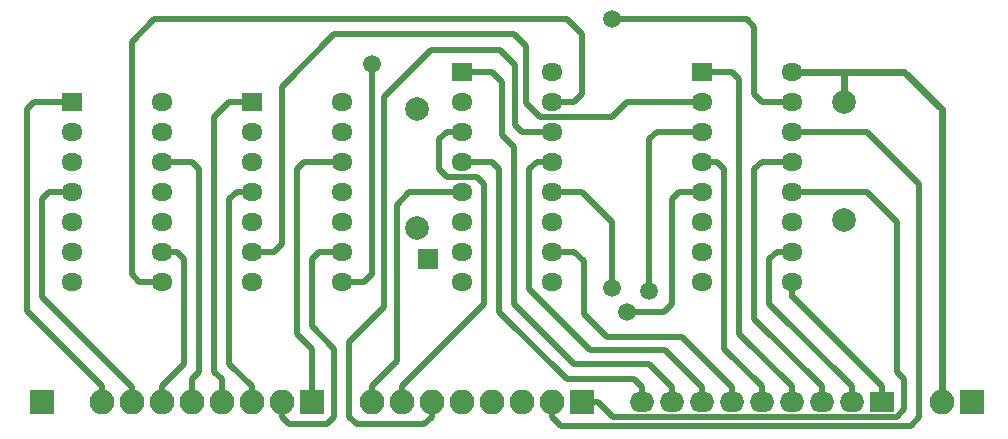
<source format=gbr>
%TF.GenerationSoftware,KiCad,Pcbnew,(5.1.8)-1*%
%TF.CreationDate,2023-05-20T11:55:10+03:00*%
%TF.ProjectId,MUL1,4d554c31-2e6b-4696-9361-645f70636258,rev?*%
%TF.SameCoordinates,Original*%
%TF.FileFunction,Copper,L2,Bot*%
%TF.FilePolarity,Positive*%
%FSLAX46Y46*%
G04 Gerber Fmt 4.6, Leading zero omitted, Abs format (unit mm)*
G04 Created by KiCad (PCBNEW (5.1.8)-1) date 2023-05-20 11:55:10*
%MOMM*%
%LPD*%
G01*
G04 APERTURE LIST*
%TA.AperFunction,ComponentPad*%
%ADD10R,1.700000X1.700000*%
%TD*%
%TA.AperFunction,ComponentPad*%
%ADD11C,2.000000*%
%TD*%
%TA.AperFunction,ComponentPad*%
%ADD12O,1.800000X1.500000*%
%TD*%
%TA.AperFunction,ComponentPad*%
%ADD13R,1.800000X1.500000*%
%TD*%
%TA.AperFunction,ComponentPad*%
%ADD14O,2.100000X2.100000*%
%TD*%
%TA.AperFunction,ComponentPad*%
%ADD15R,2.100000X2.100000*%
%TD*%
%TA.AperFunction,ComponentPad*%
%ADD16O,2.100000X1.700000*%
%TD*%
%TA.AperFunction,ComponentPad*%
%ADD17R,2.100000X1.700000*%
%TD*%
%TA.AperFunction,ViaPad*%
%ADD18C,1.500000*%
%TD*%
%TA.AperFunction,Conductor*%
%ADD19C,0.600000*%
%TD*%
%TA.AperFunction,Conductor*%
%ADD20C,0.500000*%
%TD*%
G04 APERTURE END LIST*
D10*
%TO.P,J6,1*%
%TO.N,Net-(J6-Pad1)*%
X116522500Y-71755000D03*
%TD*%
D11*
%TO.P,C2,2*%
%TO.N,GND*%
X115570000Y-69055000D03*
%TO.P,C2,1*%
%TO.N,VCC*%
X115570000Y-59055000D03*
%TD*%
%TO.P,C1,2*%
%TO.N,GND*%
X151765000Y-68420000D03*
%TO.P,C1,1*%
%TO.N,VCC*%
X151765000Y-58420000D03*
%TD*%
D12*
%TO.P,U4,16*%
%TO.N,VCC*%
X147320000Y-55880000D03*
%TO.P,U4,8*%
%TO.N,GND*%
X139700000Y-73660000D03*
%TO.P,U4,15*%
%TO.N,Net-(U3-Pad8)*%
X147320000Y-58420000D03*
%TO.P,U4,7*%
%TO.N,Net-(U2-Pad9)*%
X139700000Y-71120000D03*
%TO.P,U4,14*%
%TO.N,/P6*%
X147320000Y-60960000D03*
%TO.P,U4,6*%
%TO.N,Net-(U3-Pad3)*%
X139700000Y-68580000D03*
%TO.P,U4,13*%
%TO.N,/S6*%
X147320000Y-63500000D03*
%TO.P,U4,5*%
%TO.N,/P4*%
X139700000Y-66040000D03*
%TO.P,U4,12*%
%TO.N,/P7*%
X147320000Y-66040000D03*
%TO.P,U4,4*%
%TO.N,/S4*%
X139700000Y-63500000D03*
%TO.P,U4,11*%
%TO.N,Net-(U3-Pad11)*%
X147320000Y-68580000D03*
%TO.P,U4,3*%
%TO.N,/P5*%
X139700000Y-60960000D03*
%TO.P,U4,10*%
%TO.N,/S7*%
X147320000Y-71120000D03*
%TO.P,U4,2*%
%TO.N,Net-(U3-Pad6)*%
X139700000Y-58420000D03*
%TO.P,U4,9*%
%TO.N,/S8*%
X147320000Y-73660000D03*
D13*
%TO.P,U4,1*%
%TO.N,/S5*%
X139700000Y-55880000D03*
%TD*%
D12*
%TO.P,U3,14*%
%TO.N,VCC*%
X109220000Y-58420000D03*
%TO.P,U3,7*%
%TO.N,GND*%
X101600000Y-73660000D03*
%TO.P,U3,13*%
%TO.N,/Bi*%
X109220000Y-60960000D03*
%TO.P,U3,6*%
%TO.N,Net-(U3-Pad6)*%
X101600000Y-71120000D03*
%TO.P,U3,12*%
%TO.N,/A7*%
X109220000Y-63500000D03*
%TO.P,U3,5*%
%TO.N,/Bi*%
X101600000Y-68580000D03*
%TO.P,U3,11*%
%TO.N,Net-(U3-Pad11)*%
X109220000Y-66040000D03*
%TO.P,U3,4*%
%TO.N,/A5*%
X101600000Y-66040000D03*
%TO.P,U3,10*%
%TO.N,/Bi*%
X109220000Y-68580000D03*
%TO.P,U3,3*%
%TO.N,Net-(U3-Pad3)*%
X101600000Y-63500000D03*
%TO.P,U3,9*%
%TO.N,/A6*%
X109220000Y-71120000D03*
%TO.P,U3,2*%
%TO.N,/Bi*%
X101600000Y-60960000D03*
%TO.P,U3,8*%
%TO.N,Net-(U3-Pad8)*%
X109220000Y-73660000D03*
D13*
%TO.P,U3,1*%
%TO.N,/A4*%
X101600000Y-58420000D03*
%TD*%
D12*
%TO.P,U2,16*%
%TO.N,VCC*%
X127000000Y-55880000D03*
%TO.P,U2,8*%
%TO.N,GND*%
X119380000Y-73660000D03*
%TO.P,U2,15*%
%TO.N,Net-(U1-Pad8)*%
X127000000Y-58420000D03*
%TO.P,U2,7*%
%TO.N,Net-(J6-Pad1)*%
X119380000Y-71120000D03*
%TO.P,U2,14*%
%TO.N,/P2*%
X127000000Y-60960000D03*
%TO.P,U2,6*%
%TO.N,Net-(U1-Pad3)*%
X119380000Y-68580000D03*
%TO.P,U2,13*%
%TO.N,/S2*%
X127000000Y-63500000D03*
%TO.P,U2,5*%
%TO.N,/P0*%
X119380000Y-66040000D03*
%TO.P,U2,12*%
%TO.N,/P3*%
X127000000Y-66040000D03*
%TO.P,U2,4*%
%TO.N,/S0*%
X119380000Y-63500000D03*
%TO.P,U2,11*%
%TO.N,Net-(U1-Pad11)*%
X127000000Y-68580000D03*
%TO.P,U2,3*%
%TO.N,/P1*%
X119380000Y-60960000D03*
%TO.P,U2,10*%
%TO.N,/S3*%
X127000000Y-71120000D03*
%TO.P,U2,2*%
%TO.N,Net-(U1-Pad6)*%
X119380000Y-58420000D03*
%TO.P,U2,9*%
%TO.N,Net-(U2-Pad9)*%
X127000000Y-73660000D03*
D13*
%TO.P,U2,1*%
%TO.N,/S1*%
X119380000Y-55880000D03*
%TD*%
D12*
%TO.P,U1,14*%
%TO.N,VCC*%
X93980000Y-58420000D03*
%TO.P,U1,7*%
%TO.N,GND*%
X86360000Y-73660000D03*
%TO.P,U1,13*%
%TO.N,/Bi*%
X93980000Y-60960000D03*
%TO.P,U1,6*%
%TO.N,Net-(U1-Pad6)*%
X86360000Y-71120000D03*
%TO.P,U1,12*%
%TO.N,/A3*%
X93980000Y-63500000D03*
%TO.P,U1,5*%
%TO.N,/Bi*%
X86360000Y-68580000D03*
%TO.P,U1,11*%
%TO.N,Net-(U1-Pad11)*%
X93980000Y-66040000D03*
%TO.P,U1,4*%
%TO.N,/A1*%
X86360000Y-66040000D03*
%TO.P,U1,10*%
%TO.N,/Bi*%
X93980000Y-68580000D03*
%TO.P,U1,3*%
%TO.N,Net-(U1-Pad3)*%
X86360000Y-63500000D03*
%TO.P,U1,9*%
%TO.N,/A2*%
X93980000Y-71120000D03*
%TO.P,U1,2*%
%TO.N,/Bi*%
X86360000Y-60960000D03*
%TO.P,U1,8*%
%TO.N,Net-(U1-Pad8)*%
X93980000Y-73660000D03*
D13*
%TO.P,U1,1*%
%TO.N,/A0*%
X86360000Y-58420000D03*
%TD*%
D14*
%TO.P,J5,2*%
%TO.N,VCC*%
X160020000Y-83820000D03*
D15*
%TO.P,J5,1*%
%TO.N,GND*%
X162560000Y-83820000D03*
%TD*%
%TO.P,J4,1*%
%TO.N,/Bi*%
X83820000Y-83820000D03*
%TD*%
D14*
%TO.P,J3,8*%
%TO.N,/A0*%
X88900000Y-83820000D03*
%TO.P,J3,7*%
%TO.N,/A1*%
X91440000Y-83820000D03*
%TO.P,J3,6*%
%TO.N,/A2*%
X93980000Y-83820000D03*
%TO.P,J3,5*%
%TO.N,/A3*%
X96520000Y-83820000D03*
%TO.P,J3,4*%
%TO.N,/A4*%
X99060000Y-83820000D03*
%TO.P,J3,3*%
%TO.N,/A5*%
X101600000Y-83820000D03*
%TO.P,J3,2*%
%TO.N,/A6*%
X104140000Y-83820000D03*
D15*
%TO.P,J3,1*%
%TO.N,/A7*%
X106680000Y-83820000D03*
%TD*%
D16*
%TO.P,J2,9*%
%TO.N,/S0*%
X134620000Y-83820000D03*
%TO.P,J2,8*%
%TO.N,/S1*%
X137160000Y-83820000D03*
%TO.P,J2,7*%
%TO.N,/S2*%
X139700000Y-83820000D03*
%TO.P,J2,6*%
%TO.N,/S3*%
X142240000Y-83820000D03*
%TO.P,J2,5*%
%TO.N,/S4*%
X144780000Y-83820000D03*
%TO.P,J2,4*%
%TO.N,/S5*%
X147320000Y-83820000D03*
%TO.P,J2,3*%
%TO.N,/S6*%
X149860000Y-83820000D03*
%TO.P,J2,2*%
%TO.N,/S7*%
X152400000Y-83820000D03*
D17*
%TO.P,J2,1*%
%TO.N,/S8*%
X154940000Y-83820000D03*
%TD*%
D14*
%TO.P,J1,8*%
%TO.N,/P0*%
X111760000Y-83820000D03*
%TO.P,J1,7*%
%TO.N,/P1*%
X114300000Y-83820000D03*
%TO.P,J1,6*%
%TO.N,/P2*%
X116840000Y-83820000D03*
%TO.P,J1,5*%
%TO.N,/P3*%
X119380000Y-83820000D03*
%TO.P,J1,4*%
%TO.N,/P4*%
X121920000Y-83820000D03*
%TO.P,J1,3*%
%TO.N,/P5*%
X124460000Y-83820000D03*
%TO.P,J1,2*%
%TO.N,/P6*%
X127000000Y-83820000D03*
D15*
%TO.P,J1,1*%
%TO.N,/P7*%
X129540000Y-83820000D03*
%TD*%
D18*
%TO.N,/P3*%
X132082000Y-74206300D03*
%TO.N,/P4*%
X133350000Y-76200000D03*
%TO.N,/P5*%
X135255000Y-74383100D03*
%TO.N,Net-(U3-Pad8)*%
X111760000Y-55245000D03*
X132080000Y-51435000D03*
%TD*%
D19*
%TO.N,VCC*%
X160020000Y-59055000D02*
X160020000Y-83820000D01*
X156845000Y-55880000D02*
X160020000Y-59055000D01*
X151765000Y-55880000D02*
X151765000Y-58420000D01*
X147320000Y-55880000D02*
X151765000Y-55880000D01*
X151765000Y-55880000D02*
X156845000Y-55880000D01*
D20*
%TO.N,/P0*%
X111760000Y-82470000D02*
X111760000Y-83820000D01*
X113860900Y-80369100D02*
X111760000Y-82470000D01*
X113860900Y-67114100D02*
X113860900Y-80369100D01*
X114935000Y-66040000D02*
X113860900Y-67114100D01*
X119380000Y-66040000D02*
X114935000Y-66040000D01*
%TO.N,/P1*%
X114300000Y-82470000D02*
X114300000Y-83820000D01*
X121285000Y-75485000D02*
X114300000Y-82470000D01*
X121285000Y-65405000D02*
X121285000Y-75485000D01*
X120650000Y-64770000D02*
X121285000Y-65405000D01*
X117475000Y-64135000D02*
X118110000Y-64770000D01*
X117475000Y-61595000D02*
X117475000Y-64135000D01*
X118110000Y-60960000D02*
X117475000Y-61595000D01*
X118110000Y-64770000D02*
X120650000Y-64770000D01*
X119380000Y-60960000D02*
X118110000Y-60960000D01*
%TO.N,/P2*%
X116840000Y-85090000D02*
X116840000Y-83820000D01*
X116205000Y-85725000D02*
X116840000Y-85090000D01*
X110490000Y-85725000D02*
X116205000Y-85725000D01*
X109855000Y-85090000D02*
X110490000Y-85725000D01*
X109855000Y-78740000D02*
X109855000Y-85090000D01*
X112810600Y-75784400D02*
X109855000Y-78740000D01*
X112810600Y-58004400D02*
X112810600Y-75784400D01*
X116774990Y-54040010D02*
X112810600Y-58004400D01*
X122620010Y-54040010D02*
X116774990Y-54040010D01*
X123865500Y-55285500D02*
X122620010Y-54040010D01*
X123865500Y-60365500D02*
X123865500Y-55285500D01*
X124460000Y-60960000D02*
X123865500Y-60365500D01*
X127000000Y-60960000D02*
X124460000Y-60960000D01*
%TO.N,/P3*%
X132082000Y-74206300D02*
X132082000Y-71122000D01*
X127000000Y-66040000D02*
X129540000Y-66040000D01*
X132082000Y-68582000D02*
X132082000Y-71122000D01*
X129540000Y-66040000D02*
X132082000Y-68582000D01*
%TO.N,/P4*%
X137795000Y-66040000D02*
X139700000Y-66040000D01*
X137160000Y-66675000D02*
X137795000Y-66040000D01*
X137160000Y-75565000D02*
X137160000Y-66675000D01*
X136525000Y-76200000D02*
X137160000Y-75565000D01*
X133350000Y-76200000D02*
X136525000Y-76200000D01*
%TO.N,/P5*%
X135890000Y-60960000D02*
X139700000Y-60960000D01*
X135255000Y-61595000D02*
X135890000Y-60960000D01*
X135255000Y-74383100D02*
X135255000Y-61595000D01*
%TO.N,/P6*%
X127730700Y-85820700D02*
X127000000Y-85090000D01*
X127000000Y-85090000D02*
X127000000Y-83820000D01*
X158115000Y-85090000D02*
X157384300Y-85820700D01*
X157384300Y-85820700D02*
X127730700Y-85820700D01*
X158115000Y-65405000D02*
X158115000Y-85090000D01*
X153670000Y-60960000D02*
X158115000Y-65405000D01*
X147320000Y-60960000D02*
X153670000Y-60960000D01*
%TO.N,/P7*%
X153670000Y-66040000D02*
X147320000Y-66040000D01*
X156240400Y-68610400D02*
X153670000Y-66040000D01*
X156240400Y-81310400D02*
X156240400Y-68610400D01*
X156845000Y-81915000D02*
X156240400Y-81310400D01*
X132190400Y-85120400D02*
X156179600Y-85120400D01*
X156179600Y-85120400D02*
X156845000Y-84455000D01*
X130890000Y-83820000D02*
X132190400Y-85120400D01*
X156845000Y-84455000D02*
X156845000Y-81915000D01*
X129540000Y-83820000D02*
X130890000Y-83820000D01*
%TO.N,/S0*%
X133985000Y-81915000D02*
X134620000Y-82550000D01*
X128270000Y-81915000D02*
X133985000Y-81915000D01*
X122555000Y-76200000D02*
X128270000Y-81915000D01*
X122555000Y-64135000D02*
X122555000Y-76200000D01*
X134620000Y-82550000D02*
X134620000Y-83820000D01*
X121920000Y-63500000D02*
X122555000Y-64135000D01*
X119380000Y-63500000D02*
X121920000Y-63500000D01*
%TO.N,/S1*%
X121920000Y-55880000D02*
X119380000Y-55880000D01*
X122770500Y-56730500D02*
X121920000Y-55880000D01*
X122770500Y-61175500D02*
X122770500Y-56730500D01*
X123825000Y-62230000D02*
X122770500Y-61175500D01*
X123825000Y-75565000D02*
X123825000Y-62230000D01*
X135255000Y-80645000D02*
X128905000Y-80645000D01*
X128905000Y-80645000D02*
X123825000Y-75565000D01*
X137160000Y-82550000D02*
X135255000Y-80645000D01*
X137160000Y-83820000D02*
X137160000Y-82550000D01*
%TO.N,/S2*%
X125730000Y-63500000D02*
X127000000Y-63500000D01*
X125095000Y-64135000D02*
X125730000Y-63500000D01*
X125095000Y-74295000D02*
X125095000Y-64135000D01*
X130203650Y-79403650D02*
X125095000Y-74295000D01*
X136553650Y-79403650D02*
X130203650Y-79403650D01*
X139700000Y-82550000D02*
X136553650Y-79403650D01*
X139700000Y-83820000D02*
X139700000Y-82550000D01*
%TO.N,/S3*%
X128905000Y-71120000D02*
X127000000Y-71120000D01*
X129689100Y-71904100D02*
X128905000Y-71120000D01*
X129689100Y-76349100D02*
X129689100Y-71904100D01*
X131637400Y-78297400D02*
X129689100Y-76349100D01*
X137987400Y-78297400D02*
X131637400Y-78297400D01*
X142240000Y-82550000D02*
X137987400Y-78297400D01*
X142240000Y-83820000D02*
X142240000Y-82550000D01*
%TO.N,/S4*%
X141605000Y-79295000D02*
X144780000Y-82470000D01*
X141605000Y-64135000D02*
X141605000Y-79295000D01*
X144780000Y-82470000D02*
X144780000Y-83820000D01*
X140970000Y-63500000D02*
X141605000Y-64135000D01*
X139700000Y-63500000D02*
X140970000Y-63500000D01*
%TO.N,/S5*%
X147320000Y-82470000D02*
X147320000Y-83820000D01*
X142875000Y-78025000D02*
X147320000Y-82470000D01*
X142875000Y-56515000D02*
X142875000Y-78025000D01*
X142240000Y-55880000D02*
X142875000Y-56515000D01*
X139700000Y-55880000D02*
X142240000Y-55880000D01*
%TO.N,/S6*%
X149860000Y-82470000D02*
X149860000Y-83820000D01*
X144145000Y-76755000D02*
X149860000Y-82470000D01*
X144145000Y-64135000D02*
X144145000Y-76755000D01*
X144780000Y-63500000D02*
X144145000Y-64135000D01*
X147320000Y-63500000D02*
X144780000Y-63500000D01*
%TO.N,/S7*%
X152400000Y-82470000D02*
X152400000Y-83820000D01*
X145415000Y-75485000D02*
X152400000Y-82470000D01*
X145415000Y-71755000D02*
X145415000Y-75485000D01*
X146050000Y-71120000D02*
X145415000Y-71755000D01*
X147320000Y-71120000D02*
X146050000Y-71120000D01*
%TO.N,/S8*%
X147320000Y-73660000D02*
X147320000Y-74960000D01*
X154940000Y-83820000D02*
X154940000Y-82470000D01*
X154940000Y-82470000D02*
X147430000Y-74960000D01*
X147430000Y-74960000D02*
X147320000Y-74960000D01*
%TO.N,/A0*%
X88900000Y-82470000D02*
X88900000Y-83820000D01*
X82550000Y-76120000D02*
X88900000Y-82470000D01*
X82550000Y-59055000D02*
X82550000Y-76120000D01*
X83185000Y-58420000D02*
X82550000Y-59055000D01*
X86360000Y-58420000D02*
X83185000Y-58420000D01*
%TO.N,/A1*%
X83820000Y-74930000D02*
X91440000Y-82550000D01*
X83820000Y-66675000D02*
X83820000Y-74930000D01*
X91440000Y-82550000D02*
X91440000Y-83820000D01*
X84455000Y-66040000D02*
X83820000Y-66675000D01*
X86360000Y-66040000D02*
X84455000Y-66040000D01*
%TO.N,/A2*%
X93980000Y-82470000D02*
X93980000Y-83820000D01*
X95885000Y-80565000D02*
X93980000Y-82470000D01*
X95885000Y-71755000D02*
X95885000Y-80565000D01*
X95250000Y-71120000D02*
X95885000Y-71755000D01*
X93980000Y-71120000D02*
X95250000Y-71120000D01*
%TO.N,/A3*%
X93980000Y-63500000D02*
X96520000Y-63500000D01*
X96520000Y-63500000D02*
X97155000Y-64135000D01*
X97155000Y-81280000D02*
X96520000Y-81915000D01*
X97155000Y-64135000D02*
X97155000Y-81280000D01*
X96520000Y-83820000D02*
X96520000Y-81915000D01*
%TO.N,/A4*%
X98425000Y-59690000D02*
X99695000Y-58420000D01*
X98425000Y-81280000D02*
X98425000Y-59690000D01*
X99695000Y-58420000D02*
X101600000Y-58420000D01*
X99060000Y-81915000D02*
X98425000Y-81280000D01*
X99060000Y-83820000D02*
X99060000Y-81915000D01*
%TO.N,/A5*%
X101600000Y-82470000D02*
X101600000Y-83820000D01*
X99695000Y-80565000D02*
X101600000Y-82470000D01*
X99695000Y-66675000D02*
X99695000Y-80565000D01*
X100330000Y-66040000D02*
X99695000Y-66675000D01*
X101600000Y-66040000D02*
X100330000Y-66040000D01*
%TO.N,/A6*%
X107315000Y-71120000D02*
X109220000Y-71120000D01*
X106680000Y-71755000D02*
X107315000Y-71120000D01*
X106680000Y-77407000D02*
X106680000Y-71755000D01*
X108585000Y-79312000D02*
X106680000Y-77407000D01*
X108585000Y-85090000D02*
X108585000Y-79312000D01*
X107950000Y-85725000D02*
X108585000Y-85090000D01*
X104775000Y-85725000D02*
X107950000Y-85725000D01*
X104140000Y-85090000D02*
X104775000Y-85725000D01*
X104140000Y-83820000D02*
X104140000Y-85090000D01*
%TO.N,/A7*%
X106680000Y-82470000D02*
X106680000Y-83820000D01*
X105410000Y-78105000D02*
X106680000Y-79375000D01*
X106680000Y-79375000D02*
X106680000Y-82470000D01*
X105410000Y-64135000D02*
X105410000Y-78105000D01*
X106045000Y-63500000D02*
X105410000Y-64135000D01*
X109220000Y-63500000D02*
X106045000Y-63500000D01*
%TO.N,Net-(U1-Pad8)*%
X128905000Y-58420000D02*
X127000000Y-58420000D01*
X129540000Y-57785000D02*
X128905000Y-58420000D01*
X129540000Y-52705000D02*
X129540000Y-57785000D01*
X128270000Y-51435000D02*
X129540000Y-52705000D01*
X93345000Y-51435000D02*
X128270000Y-51435000D01*
X91440000Y-53340000D02*
X93345000Y-51435000D01*
X91440000Y-73025000D02*
X91440000Y-53340000D01*
X92075000Y-73660000D02*
X91440000Y-73025000D01*
X93980000Y-73660000D02*
X92075000Y-73660000D01*
%TO.N,Net-(U3-Pad6)*%
X103505000Y-71120000D02*
X101600000Y-71120000D01*
X104149800Y-70475200D02*
X103505000Y-71120000D01*
X104149800Y-57140200D02*
X104149800Y-70475200D01*
X123825000Y-52705000D02*
X108585000Y-52705000D01*
X124795600Y-53675600D02*
X123825000Y-52705000D01*
X124795600Y-58508100D02*
X124795600Y-53675600D01*
X125977400Y-59689900D02*
X124795600Y-58508100D01*
X132080100Y-59689900D02*
X125977400Y-59689900D01*
X133350000Y-58420000D02*
X132080100Y-59689900D01*
X108585000Y-52705000D02*
X104149800Y-57140200D01*
X139700000Y-58420000D02*
X133350000Y-58420000D01*
%TO.N,Net-(U3-Pad8)*%
X109220000Y-73660000D02*
X111125000Y-73660000D01*
X111125000Y-73660000D02*
X111760000Y-73025000D01*
X111760000Y-73025000D02*
X111760000Y-55245000D01*
X145415000Y-58420000D02*
X147320000Y-58420000D01*
X144780000Y-58420000D02*
X145415000Y-58420000D01*
X144145000Y-57785000D02*
X144780000Y-58420000D01*
X144145000Y-52070000D02*
X144145000Y-57785000D01*
X143510000Y-51435000D02*
X144145000Y-52070000D01*
X132080000Y-51435000D02*
X143510000Y-51435000D01*
%TD*%
M02*

</source>
